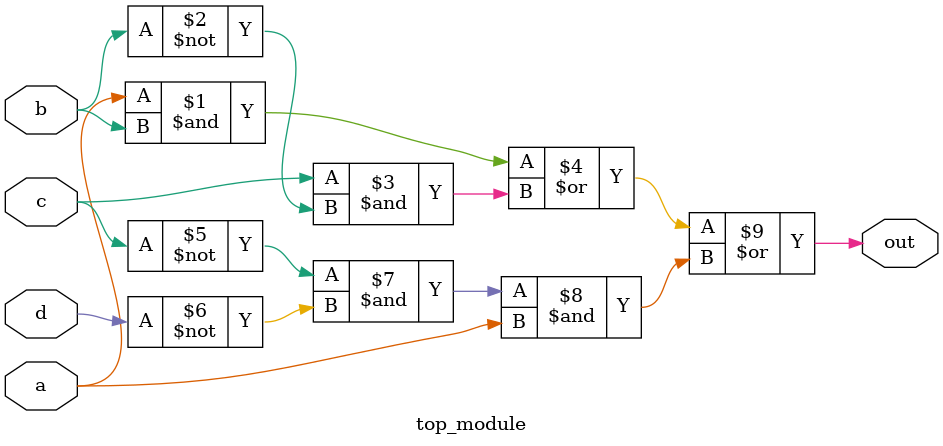
<source format=v>
module top_module(
    input a,
    input b,
    input c,
    input d,
    output out  ); 
    
    assign out = (a&b)|(c&(~b))|((~c)&(~d)&a);

endmodule

</source>
